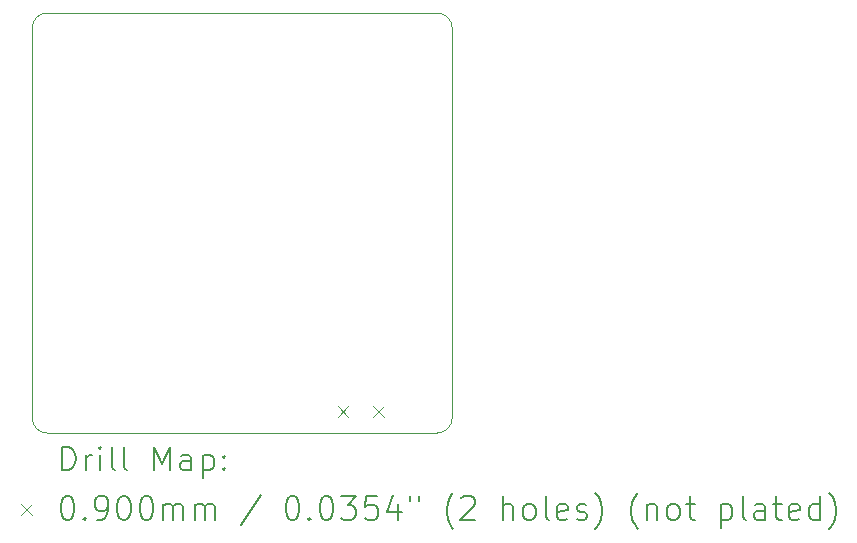
<source format=gbr>
%FSLAX45Y45*%
G04 Gerber Fmt 4.5, Leading zero omitted, Abs format (unit mm)*
G04 Created by KiCad (PCBNEW (6.0.0-0)) date 2022-04-20 00:32:56*
%MOMM*%
%LPD*%
G01*
G04 APERTURE LIST*
%TA.AperFunction,Profile*%
%ADD10C,0.100000*%
%TD*%
%ADD11C,0.200000*%
%ADD12C,0.090000*%
G04 APERTURE END LIST*
D10*
X6477000Y-14478000D02*
G75*
G03*
X6604000Y-14605000I127000J0D01*
G01*
X9906000Y-14605000D02*
G75*
G03*
X10033000Y-14478000I0J127000D01*
G01*
X10033000Y-11176000D02*
G75*
G03*
X9906000Y-11049000I-127000J0D01*
G01*
X6604000Y-11049000D02*
G75*
G03*
X6477000Y-11176000I0J-127000D01*
G01*
X9906000Y-14605000D02*
X6604000Y-14605000D01*
X10033000Y-14351000D02*
X10033000Y-14478000D01*
X6477000Y-11176000D02*
X6477000Y-14478000D01*
X9906000Y-11049000D02*
X6604000Y-11049000D01*
X10033000Y-14351000D02*
X10033000Y-11176000D01*
D11*
D12*
X9063300Y-14380400D02*
X9153300Y-14470400D01*
X9153300Y-14380400D02*
X9063300Y-14470400D01*
X9363300Y-14380400D02*
X9453300Y-14470400D01*
X9453300Y-14380400D02*
X9363300Y-14470400D01*
D11*
X6729619Y-14920476D02*
X6729619Y-14720476D01*
X6777238Y-14720476D01*
X6805809Y-14730000D01*
X6824857Y-14749048D01*
X6834381Y-14768095D01*
X6843905Y-14806190D01*
X6843905Y-14834762D01*
X6834381Y-14872857D01*
X6824857Y-14891905D01*
X6805809Y-14910952D01*
X6777238Y-14920476D01*
X6729619Y-14920476D01*
X6929619Y-14920476D02*
X6929619Y-14787143D01*
X6929619Y-14825238D02*
X6939143Y-14806190D01*
X6948667Y-14796667D01*
X6967714Y-14787143D01*
X6986762Y-14787143D01*
X7053428Y-14920476D02*
X7053428Y-14787143D01*
X7053428Y-14720476D02*
X7043905Y-14730000D01*
X7053428Y-14739524D01*
X7062952Y-14730000D01*
X7053428Y-14720476D01*
X7053428Y-14739524D01*
X7177238Y-14920476D02*
X7158190Y-14910952D01*
X7148667Y-14891905D01*
X7148667Y-14720476D01*
X7282000Y-14920476D02*
X7262952Y-14910952D01*
X7253428Y-14891905D01*
X7253428Y-14720476D01*
X7510571Y-14920476D02*
X7510571Y-14720476D01*
X7577238Y-14863333D01*
X7643905Y-14720476D01*
X7643905Y-14920476D01*
X7824857Y-14920476D02*
X7824857Y-14815714D01*
X7815333Y-14796667D01*
X7796286Y-14787143D01*
X7758190Y-14787143D01*
X7739143Y-14796667D01*
X7824857Y-14910952D02*
X7805809Y-14920476D01*
X7758190Y-14920476D01*
X7739143Y-14910952D01*
X7729619Y-14891905D01*
X7729619Y-14872857D01*
X7739143Y-14853809D01*
X7758190Y-14844286D01*
X7805809Y-14844286D01*
X7824857Y-14834762D01*
X7920095Y-14787143D02*
X7920095Y-14987143D01*
X7920095Y-14796667D02*
X7939143Y-14787143D01*
X7977238Y-14787143D01*
X7996286Y-14796667D01*
X8005809Y-14806190D01*
X8015333Y-14825238D01*
X8015333Y-14882381D01*
X8005809Y-14901428D01*
X7996286Y-14910952D01*
X7977238Y-14920476D01*
X7939143Y-14920476D01*
X7920095Y-14910952D01*
X8101048Y-14901428D02*
X8110571Y-14910952D01*
X8101048Y-14920476D01*
X8091524Y-14910952D01*
X8101048Y-14901428D01*
X8101048Y-14920476D01*
X8101048Y-14796667D02*
X8110571Y-14806190D01*
X8101048Y-14815714D01*
X8091524Y-14806190D01*
X8101048Y-14796667D01*
X8101048Y-14815714D01*
D12*
X6382000Y-15205000D02*
X6472000Y-15295000D01*
X6472000Y-15205000D02*
X6382000Y-15295000D01*
D11*
X6767714Y-15140476D02*
X6786762Y-15140476D01*
X6805809Y-15150000D01*
X6815333Y-15159524D01*
X6824857Y-15178571D01*
X6834381Y-15216667D01*
X6834381Y-15264286D01*
X6824857Y-15302381D01*
X6815333Y-15321428D01*
X6805809Y-15330952D01*
X6786762Y-15340476D01*
X6767714Y-15340476D01*
X6748667Y-15330952D01*
X6739143Y-15321428D01*
X6729619Y-15302381D01*
X6720095Y-15264286D01*
X6720095Y-15216667D01*
X6729619Y-15178571D01*
X6739143Y-15159524D01*
X6748667Y-15150000D01*
X6767714Y-15140476D01*
X6920095Y-15321428D02*
X6929619Y-15330952D01*
X6920095Y-15340476D01*
X6910571Y-15330952D01*
X6920095Y-15321428D01*
X6920095Y-15340476D01*
X7024857Y-15340476D02*
X7062952Y-15340476D01*
X7082000Y-15330952D01*
X7091524Y-15321428D01*
X7110571Y-15292857D01*
X7120095Y-15254762D01*
X7120095Y-15178571D01*
X7110571Y-15159524D01*
X7101048Y-15150000D01*
X7082000Y-15140476D01*
X7043905Y-15140476D01*
X7024857Y-15150000D01*
X7015333Y-15159524D01*
X7005809Y-15178571D01*
X7005809Y-15226190D01*
X7015333Y-15245238D01*
X7024857Y-15254762D01*
X7043905Y-15264286D01*
X7082000Y-15264286D01*
X7101048Y-15254762D01*
X7110571Y-15245238D01*
X7120095Y-15226190D01*
X7243905Y-15140476D02*
X7262952Y-15140476D01*
X7282000Y-15150000D01*
X7291524Y-15159524D01*
X7301048Y-15178571D01*
X7310571Y-15216667D01*
X7310571Y-15264286D01*
X7301048Y-15302381D01*
X7291524Y-15321428D01*
X7282000Y-15330952D01*
X7262952Y-15340476D01*
X7243905Y-15340476D01*
X7224857Y-15330952D01*
X7215333Y-15321428D01*
X7205809Y-15302381D01*
X7196286Y-15264286D01*
X7196286Y-15216667D01*
X7205809Y-15178571D01*
X7215333Y-15159524D01*
X7224857Y-15150000D01*
X7243905Y-15140476D01*
X7434381Y-15140476D02*
X7453428Y-15140476D01*
X7472476Y-15150000D01*
X7482000Y-15159524D01*
X7491524Y-15178571D01*
X7501048Y-15216667D01*
X7501048Y-15264286D01*
X7491524Y-15302381D01*
X7482000Y-15321428D01*
X7472476Y-15330952D01*
X7453428Y-15340476D01*
X7434381Y-15340476D01*
X7415333Y-15330952D01*
X7405809Y-15321428D01*
X7396286Y-15302381D01*
X7386762Y-15264286D01*
X7386762Y-15216667D01*
X7396286Y-15178571D01*
X7405809Y-15159524D01*
X7415333Y-15150000D01*
X7434381Y-15140476D01*
X7586762Y-15340476D02*
X7586762Y-15207143D01*
X7586762Y-15226190D02*
X7596286Y-15216667D01*
X7615333Y-15207143D01*
X7643905Y-15207143D01*
X7662952Y-15216667D01*
X7672476Y-15235714D01*
X7672476Y-15340476D01*
X7672476Y-15235714D02*
X7682000Y-15216667D01*
X7701048Y-15207143D01*
X7729619Y-15207143D01*
X7748667Y-15216667D01*
X7758190Y-15235714D01*
X7758190Y-15340476D01*
X7853428Y-15340476D02*
X7853428Y-15207143D01*
X7853428Y-15226190D02*
X7862952Y-15216667D01*
X7882000Y-15207143D01*
X7910571Y-15207143D01*
X7929619Y-15216667D01*
X7939143Y-15235714D01*
X7939143Y-15340476D01*
X7939143Y-15235714D02*
X7948667Y-15216667D01*
X7967714Y-15207143D01*
X7996286Y-15207143D01*
X8015333Y-15216667D01*
X8024857Y-15235714D01*
X8024857Y-15340476D01*
X8415333Y-15130952D02*
X8243905Y-15388095D01*
X8672476Y-15140476D02*
X8691524Y-15140476D01*
X8710571Y-15150000D01*
X8720095Y-15159524D01*
X8729619Y-15178571D01*
X8739143Y-15216667D01*
X8739143Y-15264286D01*
X8729619Y-15302381D01*
X8720095Y-15321428D01*
X8710571Y-15330952D01*
X8691524Y-15340476D01*
X8672476Y-15340476D01*
X8653429Y-15330952D01*
X8643905Y-15321428D01*
X8634381Y-15302381D01*
X8624857Y-15264286D01*
X8624857Y-15216667D01*
X8634381Y-15178571D01*
X8643905Y-15159524D01*
X8653429Y-15150000D01*
X8672476Y-15140476D01*
X8824857Y-15321428D02*
X8834381Y-15330952D01*
X8824857Y-15340476D01*
X8815333Y-15330952D01*
X8824857Y-15321428D01*
X8824857Y-15340476D01*
X8958190Y-15140476D02*
X8977238Y-15140476D01*
X8996286Y-15150000D01*
X9005810Y-15159524D01*
X9015333Y-15178571D01*
X9024857Y-15216667D01*
X9024857Y-15264286D01*
X9015333Y-15302381D01*
X9005810Y-15321428D01*
X8996286Y-15330952D01*
X8977238Y-15340476D01*
X8958190Y-15340476D01*
X8939143Y-15330952D01*
X8929619Y-15321428D01*
X8920095Y-15302381D01*
X8910571Y-15264286D01*
X8910571Y-15216667D01*
X8920095Y-15178571D01*
X8929619Y-15159524D01*
X8939143Y-15150000D01*
X8958190Y-15140476D01*
X9091524Y-15140476D02*
X9215333Y-15140476D01*
X9148667Y-15216667D01*
X9177238Y-15216667D01*
X9196286Y-15226190D01*
X9205810Y-15235714D01*
X9215333Y-15254762D01*
X9215333Y-15302381D01*
X9205810Y-15321428D01*
X9196286Y-15330952D01*
X9177238Y-15340476D01*
X9120095Y-15340476D01*
X9101048Y-15330952D01*
X9091524Y-15321428D01*
X9396286Y-15140476D02*
X9301048Y-15140476D01*
X9291524Y-15235714D01*
X9301048Y-15226190D01*
X9320095Y-15216667D01*
X9367714Y-15216667D01*
X9386762Y-15226190D01*
X9396286Y-15235714D01*
X9405810Y-15254762D01*
X9405810Y-15302381D01*
X9396286Y-15321428D01*
X9386762Y-15330952D01*
X9367714Y-15340476D01*
X9320095Y-15340476D01*
X9301048Y-15330952D01*
X9291524Y-15321428D01*
X9577238Y-15207143D02*
X9577238Y-15340476D01*
X9529619Y-15130952D02*
X9482000Y-15273809D01*
X9605810Y-15273809D01*
X9672476Y-15140476D02*
X9672476Y-15178571D01*
X9748667Y-15140476D02*
X9748667Y-15178571D01*
X10043905Y-15416667D02*
X10034381Y-15407143D01*
X10015333Y-15378571D01*
X10005810Y-15359524D01*
X9996286Y-15330952D01*
X9986762Y-15283333D01*
X9986762Y-15245238D01*
X9996286Y-15197619D01*
X10005810Y-15169048D01*
X10015333Y-15150000D01*
X10034381Y-15121428D01*
X10043905Y-15111905D01*
X10110571Y-15159524D02*
X10120095Y-15150000D01*
X10139143Y-15140476D01*
X10186762Y-15140476D01*
X10205810Y-15150000D01*
X10215333Y-15159524D01*
X10224857Y-15178571D01*
X10224857Y-15197619D01*
X10215333Y-15226190D01*
X10101048Y-15340476D01*
X10224857Y-15340476D01*
X10462952Y-15340476D02*
X10462952Y-15140476D01*
X10548667Y-15340476D02*
X10548667Y-15235714D01*
X10539143Y-15216667D01*
X10520095Y-15207143D01*
X10491524Y-15207143D01*
X10472476Y-15216667D01*
X10462952Y-15226190D01*
X10672476Y-15340476D02*
X10653429Y-15330952D01*
X10643905Y-15321428D01*
X10634381Y-15302381D01*
X10634381Y-15245238D01*
X10643905Y-15226190D01*
X10653429Y-15216667D01*
X10672476Y-15207143D01*
X10701048Y-15207143D01*
X10720095Y-15216667D01*
X10729619Y-15226190D01*
X10739143Y-15245238D01*
X10739143Y-15302381D01*
X10729619Y-15321428D01*
X10720095Y-15330952D01*
X10701048Y-15340476D01*
X10672476Y-15340476D01*
X10853429Y-15340476D02*
X10834381Y-15330952D01*
X10824857Y-15311905D01*
X10824857Y-15140476D01*
X11005810Y-15330952D02*
X10986762Y-15340476D01*
X10948667Y-15340476D01*
X10929619Y-15330952D01*
X10920095Y-15311905D01*
X10920095Y-15235714D01*
X10929619Y-15216667D01*
X10948667Y-15207143D01*
X10986762Y-15207143D01*
X11005810Y-15216667D01*
X11015333Y-15235714D01*
X11015333Y-15254762D01*
X10920095Y-15273809D01*
X11091524Y-15330952D02*
X11110571Y-15340476D01*
X11148667Y-15340476D01*
X11167714Y-15330952D01*
X11177238Y-15311905D01*
X11177238Y-15302381D01*
X11167714Y-15283333D01*
X11148667Y-15273809D01*
X11120095Y-15273809D01*
X11101048Y-15264286D01*
X11091524Y-15245238D01*
X11091524Y-15235714D01*
X11101048Y-15216667D01*
X11120095Y-15207143D01*
X11148667Y-15207143D01*
X11167714Y-15216667D01*
X11243905Y-15416667D02*
X11253428Y-15407143D01*
X11272476Y-15378571D01*
X11282000Y-15359524D01*
X11291524Y-15330952D01*
X11301048Y-15283333D01*
X11301048Y-15245238D01*
X11291524Y-15197619D01*
X11282000Y-15169048D01*
X11272476Y-15150000D01*
X11253428Y-15121428D01*
X11243905Y-15111905D01*
X11605809Y-15416667D02*
X11596286Y-15407143D01*
X11577238Y-15378571D01*
X11567714Y-15359524D01*
X11558190Y-15330952D01*
X11548667Y-15283333D01*
X11548667Y-15245238D01*
X11558190Y-15197619D01*
X11567714Y-15169048D01*
X11577238Y-15150000D01*
X11596286Y-15121428D01*
X11605809Y-15111905D01*
X11682000Y-15207143D02*
X11682000Y-15340476D01*
X11682000Y-15226190D02*
X11691524Y-15216667D01*
X11710571Y-15207143D01*
X11739143Y-15207143D01*
X11758190Y-15216667D01*
X11767714Y-15235714D01*
X11767714Y-15340476D01*
X11891524Y-15340476D02*
X11872476Y-15330952D01*
X11862952Y-15321428D01*
X11853428Y-15302381D01*
X11853428Y-15245238D01*
X11862952Y-15226190D01*
X11872476Y-15216667D01*
X11891524Y-15207143D01*
X11920095Y-15207143D01*
X11939143Y-15216667D01*
X11948667Y-15226190D01*
X11958190Y-15245238D01*
X11958190Y-15302381D01*
X11948667Y-15321428D01*
X11939143Y-15330952D01*
X11920095Y-15340476D01*
X11891524Y-15340476D01*
X12015333Y-15207143D02*
X12091524Y-15207143D01*
X12043905Y-15140476D02*
X12043905Y-15311905D01*
X12053428Y-15330952D01*
X12072476Y-15340476D01*
X12091524Y-15340476D01*
X12310571Y-15207143D02*
X12310571Y-15407143D01*
X12310571Y-15216667D02*
X12329619Y-15207143D01*
X12367714Y-15207143D01*
X12386762Y-15216667D01*
X12396286Y-15226190D01*
X12405809Y-15245238D01*
X12405809Y-15302381D01*
X12396286Y-15321428D01*
X12386762Y-15330952D01*
X12367714Y-15340476D01*
X12329619Y-15340476D01*
X12310571Y-15330952D01*
X12520095Y-15340476D02*
X12501048Y-15330952D01*
X12491524Y-15311905D01*
X12491524Y-15140476D01*
X12682000Y-15340476D02*
X12682000Y-15235714D01*
X12672476Y-15216667D01*
X12653428Y-15207143D01*
X12615333Y-15207143D01*
X12596286Y-15216667D01*
X12682000Y-15330952D02*
X12662952Y-15340476D01*
X12615333Y-15340476D01*
X12596286Y-15330952D01*
X12586762Y-15311905D01*
X12586762Y-15292857D01*
X12596286Y-15273809D01*
X12615333Y-15264286D01*
X12662952Y-15264286D01*
X12682000Y-15254762D01*
X12748667Y-15207143D02*
X12824857Y-15207143D01*
X12777238Y-15140476D02*
X12777238Y-15311905D01*
X12786762Y-15330952D01*
X12805809Y-15340476D01*
X12824857Y-15340476D01*
X12967714Y-15330952D02*
X12948667Y-15340476D01*
X12910571Y-15340476D01*
X12891524Y-15330952D01*
X12882000Y-15311905D01*
X12882000Y-15235714D01*
X12891524Y-15216667D01*
X12910571Y-15207143D01*
X12948667Y-15207143D01*
X12967714Y-15216667D01*
X12977238Y-15235714D01*
X12977238Y-15254762D01*
X12882000Y-15273809D01*
X13148667Y-15340476D02*
X13148667Y-15140476D01*
X13148667Y-15330952D02*
X13129619Y-15340476D01*
X13091524Y-15340476D01*
X13072476Y-15330952D01*
X13062952Y-15321428D01*
X13053428Y-15302381D01*
X13053428Y-15245238D01*
X13062952Y-15226190D01*
X13072476Y-15216667D01*
X13091524Y-15207143D01*
X13129619Y-15207143D01*
X13148667Y-15216667D01*
X13224857Y-15416667D02*
X13234381Y-15407143D01*
X13253428Y-15378571D01*
X13262952Y-15359524D01*
X13272476Y-15330952D01*
X13282000Y-15283333D01*
X13282000Y-15245238D01*
X13272476Y-15197619D01*
X13262952Y-15169048D01*
X13253428Y-15150000D01*
X13234381Y-15121428D01*
X13224857Y-15111905D01*
M02*

</source>
